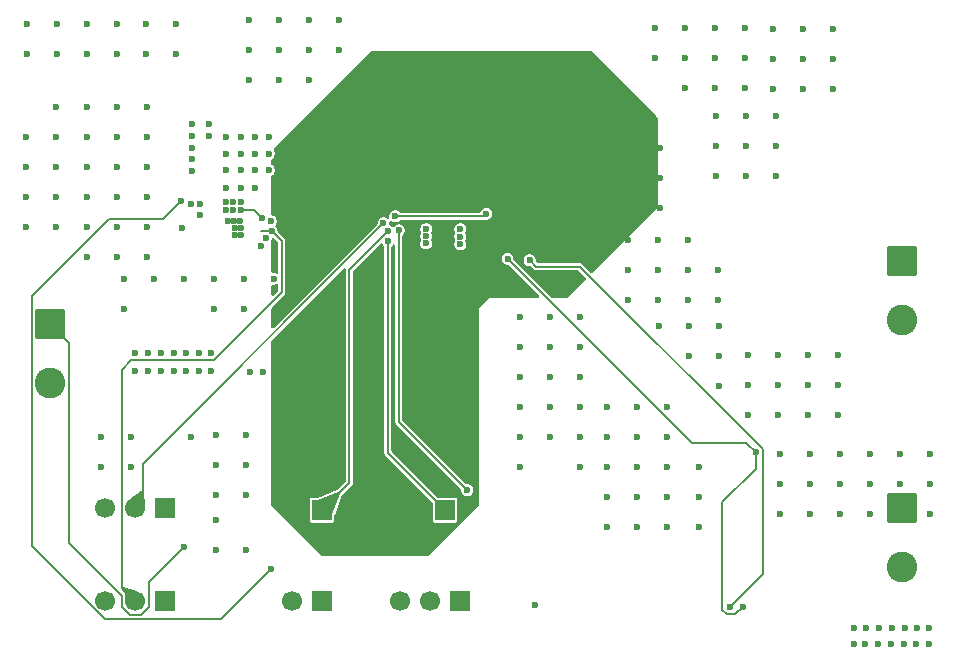
<source format=gbr>
%TF.GenerationSoftware,KiCad,Pcbnew,9.0.4*%
%TF.CreationDate,2025-11-02T21:55:33-03:00*%
%TF.ProjectId,PowerPCB,506f7765-7250-4434-922e-6b696361645f,rev?*%
%TF.SameCoordinates,Original*%
%TF.FileFunction,Copper,L3,Inr*%
%TF.FilePolarity,Positive*%
%FSLAX46Y46*%
G04 Gerber Fmt 4.6, Leading zero omitted, Abs format (unit mm)*
G04 Created by KiCad (PCBNEW 9.0.4) date 2025-11-02 21:55:33*
%MOMM*%
%LPD*%
G01*
G04 APERTURE LIST*
G04 Aperture macros list*
%AMRoundRect*
0 Rectangle with rounded corners*
0 $1 Rounding radius*
0 $2 $3 $4 $5 $6 $7 $8 $9 X,Y pos of 4 corners*
0 Add a 4 corners polygon primitive as box body*
4,1,4,$2,$3,$4,$5,$6,$7,$8,$9,$2,$3,0*
0 Add four circle primitives for the rounded corners*
1,1,$1+$1,$2,$3*
1,1,$1+$1,$4,$5*
1,1,$1+$1,$6,$7*
1,1,$1+$1,$8,$9*
0 Add four rect primitives between the rounded corners*
20,1,$1+$1,$2,$3,$4,$5,0*
20,1,$1+$1,$4,$5,$6,$7,0*
20,1,$1+$1,$6,$7,$8,$9,0*
20,1,$1+$1,$8,$9,$2,$3,0*%
G04 Aperture macros list end*
%TA.AperFunction,ComponentPad*%
%ADD10RoundRect,0.250000X-1.050000X1.050000X-1.050000X-1.050000X1.050000X-1.050000X1.050000X1.050000X0*%
%TD*%
%TA.AperFunction,ComponentPad*%
%ADD11C,2.600000*%
%TD*%
%TA.AperFunction,ComponentPad*%
%ADD12R,1.700000X1.700000*%
%TD*%
%TA.AperFunction,ComponentPad*%
%ADD13C,1.700000*%
%TD*%
%TA.AperFunction,ViaPad*%
%ADD14C,0.600000*%
%TD*%
%TA.AperFunction,Conductor*%
%ADD15C,0.200000*%
%TD*%
G04 APERTURE END LIST*
D10*
%TO.N,V_OUT_5+*%
%TO.C,J5*%
X184377500Y-92500000D03*
D11*
%TO.N,GND*%
X184377500Y-97500000D03*
%TD*%
D12*
%TO.N,\u002ACC_12*%
%TO.C,J8*%
X145700000Y-113600000D03*
D13*
%TO.N,GND*%
X143160000Y-113600000D03*
%TD*%
D10*
%TO.N,V_BAT+*%
%TO.C,J1*%
X112300000Y-97800000D03*
D11*
%TO.N,GND*%
X112300000Y-102800000D03*
%TD*%
D12*
%TO.N,PG_12*%
%TO.C,J2*%
X135300000Y-113600000D03*
D13*
%TO.N,GND*%
X132760000Y-113600000D03*
%TD*%
D10*
%TO.N,V_OUT_12+*%
%TO.C,J4*%
X184377500Y-113400000D03*
D11*
%TO.N,GND*%
X184377500Y-118400000D03*
%TD*%
D12*
%TO.N,VBUS*%
%TO.C,J7*%
X146965000Y-121300000D03*
D13*
%TO.N,SCL*%
X144425000Y-121300000D03*
%TO.N,SDA*%
X141885000Y-121300000D03*
%TD*%
D12*
%TO.N,Net-(J9-Pin_1)*%
%TO.C,J9*%
X122040000Y-121300000D03*
D13*
%TO.N,EN_5*%
X119500000Y-121300000D03*
%TO.N,GND*%
X116960000Y-121300000D03*
%TD*%
D12*
%TO.N,PG_5*%
%TO.C,J10*%
X135300000Y-121300000D03*
D13*
%TO.N,GND*%
X132760000Y-121300000D03*
%TD*%
D12*
%TO.N,Net-(J3-Pin_1)*%
%TO.C,J3*%
X122040000Y-113400000D03*
D13*
%TO.N,EN_12*%
X119500000Y-113400000D03*
%TO.N,GND*%
X116960000Y-113400000D03*
%TD*%
D14*
%TO.N,V_BAT+*%
X112800000Y-81980000D03*
X117960000Y-84500000D03*
X110260000Y-84520000D03*
X120580000Y-100300000D03*
X120500000Y-84500000D03*
X115420000Y-79420000D03*
X110260000Y-81980000D03*
X117960000Y-89580000D03*
X115420000Y-92120000D03*
X118500000Y-96540000D03*
X115420000Y-89580000D03*
X126120000Y-96540000D03*
X117960000Y-81960000D03*
X120500000Y-81960000D03*
X110260000Y-89600000D03*
X121660000Y-100300000D03*
X119500000Y-100300000D03*
X115420000Y-81960000D03*
X112800000Y-89600000D03*
X144100000Y-91000000D03*
X118500000Y-94000000D03*
X123580000Y-94000000D03*
X120500000Y-79420000D03*
X122740000Y-100300000D03*
X121040000Y-94000000D03*
X120500000Y-92120000D03*
X144100000Y-90400000D03*
X120500000Y-87040000D03*
X123600000Y-116700000D03*
X117960000Y-87040000D03*
X115420000Y-87040000D03*
X125900000Y-100300000D03*
X124900000Y-100300000D03*
X117960000Y-92120000D03*
X144100000Y-89800000D03*
X120500000Y-89580000D03*
X128660000Y-96540000D03*
X112800000Y-84520000D03*
X128660000Y-94000000D03*
X112800000Y-87060000D03*
X110260000Y-87060000D03*
X126120000Y-94000000D03*
X117960000Y-79420000D03*
X112800000Y-79440000D03*
X123820000Y-100300000D03*
X115420000Y-84500000D03*
X131200000Y-94000000D03*
%TO.N,PG_5*%
X130549676Y-90568291D03*
%TO.N,EN_5*%
X131024265Y-89924265D03*
%TO.N,V_OUT_12+*%
X152020000Y-107380000D03*
X159420000Y-114980000D03*
X161960000Y-107360000D03*
X174100000Y-113880000D03*
X157100000Y-109920000D03*
X181720000Y-108800000D03*
X184260000Y-111340000D03*
X181720000Y-111340000D03*
X167200000Y-109920000D03*
X181720000Y-113880000D03*
X167200000Y-115000000D03*
X176640000Y-111340000D03*
X161960000Y-109900000D03*
X152020000Y-109920000D03*
X186800000Y-111340000D03*
X161960000Y-114980000D03*
X161960000Y-112440000D03*
X164500000Y-104820000D03*
X186800000Y-113880000D03*
X159420000Y-107360000D03*
X164500000Y-109900000D03*
X157100000Y-99760000D03*
X157100000Y-97220000D03*
X154560000Y-102300000D03*
X147000000Y-90443543D03*
X154560000Y-104840000D03*
X167200000Y-112460000D03*
X157100000Y-107380000D03*
X154560000Y-107380000D03*
X179180000Y-108800000D03*
X159420000Y-112440000D03*
X184260000Y-108800000D03*
X164500000Y-112440000D03*
X176640000Y-108800000D03*
X147000000Y-91100000D03*
X174100000Y-111340000D03*
X161960000Y-104820000D03*
X152020000Y-99760000D03*
X176640000Y-113880000D03*
X152020000Y-102300000D03*
X159420000Y-109900000D03*
X164500000Y-114980000D03*
X152020000Y-97220000D03*
X179180000Y-113880000D03*
X157100000Y-104840000D03*
X154560000Y-99760000D03*
X186800000Y-108800000D03*
X152020000Y-104840000D03*
X164500000Y-107360000D03*
X154560000Y-97220000D03*
X179180000Y-111340000D03*
X157100000Y-102300000D03*
X147000000Y-89800000D03*
X159420000Y-104820000D03*
X174100000Y-108800000D03*
%TO.N,VCC_12*%
X147600000Y-111900000D03*
X141799998Y-89900000D03*
X141500000Y-88700000D03*
X149200000Y-88500000D03*
%TO.N,PG_12*%
X140900000Y-90000000D03*
%TO.N,\u002ACC_12*%
X140875737Y-90824266D03*
%TO.N,EN_12*%
X140500000Y-89300000D03*
%TO.N,V_OUT_5+*%
X168620000Y-80220000D03*
X168580000Y-77840000D03*
X129100000Y-72060000D03*
X134180000Y-72060000D03*
X127200000Y-83400000D03*
X171160000Y-82760000D03*
X176060000Y-75360000D03*
X171160000Y-80220000D03*
X166040000Y-77840000D03*
X128400000Y-86300000D03*
X128400000Y-87500000D03*
X128400000Y-82000000D03*
X127800000Y-87500000D03*
X128400000Y-83400000D03*
X173700000Y-82760000D03*
X173520000Y-72820000D03*
X129600000Y-86300000D03*
X168580000Y-75300000D03*
X131640000Y-74600000D03*
X127200000Y-82000000D03*
X127200000Y-88200000D03*
X127200000Y-86300000D03*
X173520000Y-77900000D03*
X128400000Y-88200000D03*
X166040000Y-75300000D03*
X130800000Y-84800000D03*
X127200000Y-84800000D03*
X168580000Y-72760000D03*
X173700000Y-80220000D03*
X136720000Y-74600000D03*
X130800000Y-83400000D03*
X168620000Y-85300000D03*
X131640000Y-77140000D03*
X171160000Y-85300000D03*
X134180000Y-74600000D03*
X131640000Y-72060000D03*
X178600000Y-75360000D03*
X176060000Y-72820000D03*
X178600000Y-77900000D03*
X166040000Y-72760000D03*
X176060000Y-77900000D03*
X130800000Y-82000000D03*
X127800000Y-88200000D03*
X129600000Y-84800000D03*
X171120000Y-75300000D03*
X129600000Y-83400000D03*
X163500000Y-75300000D03*
X129100000Y-74600000D03*
X173700000Y-85300000D03*
X168620000Y-82760000D03*
X178600000Y-72820000D03*
X171120000Y-72760000D03*
X136720000Y-72060000D03*
X163500000Y-72760000D03*
X173520000Y-75360000D03*
X128400000Y-84800000D03*
X130200000Y-88900000D03*
X134180000Y-77140000D03*
X171120000Y-77840000D03*
X127200000Y-87500000D03*
X129600000Y-82000000D03*
X129100000Y-77140000D03*
%TO.N,SDA*%
X130162239Y-91268217D03*
%TO.N,SCL*%
X130967329Y-89126291D03*
%TO.N,Net-(U1A-FB)*%
X169800000Y-121800000D03*
X152874859Y-92425141D03*
%TO.N,/VCC_5*%
X131000000Y-118600000D03*
X123376000Y-87400000D03*
%TO.N,Net-(R1-Pad2)*%
X170900000Y-121800000D03*
X172000000Y-108700000D03*
X151000000Y-92300000D03*
%TO.N,Net-(U2-VIN)*%
X153300000Y-121600000D03*
X123400000Y-89700000D03*
%TO.N,GND*%
X117900000Y-75000000D03*
X120360000Y-72460000D03*
X158760000Y-78000000D03*
X145600000Y-95400000D03*
X124300000Y-82900000D03*
X143500000Y-103400000D03*
X156260000Y-87980000D03*
X127851719Y-89083792D03*
X183540000Y-123600000D03*
X158800000Y-82900000D03*
X145600000Y-101800000D03*
X117900000Y-72460000D03*
X181380000Y-123600000D03*
X126300000Y-112280000D03*
X171320000Y-103040000D03*
X163800000Y-98000000D03*
X168880000Y-103080000D03*
X143500000Y-97000000D03*
X134960000Y-87060000D03*
X116580000Y-107360000D03*
X124200000Y-107360000D03*
X145600000Y-98600000D03*
X149645412Y-89541868D03*
X143500000Y-101000000D03*
X185700000Y-123600000D03*
X155700000Y-91500000D03*
X145550781Y-87466565D03*
X126300000Y-117000000D03*
X181300000Y-124900000D03*
X166240000Y-93240000D03*
X131380000Y-109740000D03*
X145600000Y-99400000D03*
X145600000Y-92800000D03*
X163700000Y-93240000D03*
X145550781Y-88100000D03*
X128400000Y-89700000D03*
X143500000Y-100200000D03*
X145600000Y-102600000D03*
X171320000Y-100500000D03*
X145544903Y-86787860D03*
X124300000Y-83900000D03*
X182460000Y-123600000D03*
X183460000Y-124900000D03*
X126300000Y-107200000D03*
X137500000Y-89600000D03*
X147650000Y-101800000D03*
X166240000Y-95780000D03*
X186700000Y-123600000D03*
X137500000Y-87060000D03*
X163700000Y-90700000D03*
X158800000Y-85440000D03*
X168880000Y-98000000D03*
X122900000Y-75000000D03*
X185620000Y-124900000D03*
X161340000Y-85440000D03*
X143500000Y-96200000D03*
X161300000Y-80540000D03*
X139000000Y-114460000D03*
X150345412Y-89541868D03*
X121660000Y-101817500D03*
X132420000Y-89600000D03*
X161340000Y-82900000D03*
X182380000Y-124900000D03*
X153800000Y-88500000D03*
X156260000Y-82900000D03*
X115360000Y-75000000D03*
X156220000Y-80540000D03*
X173860000Y-103040000D03*
X178940000Y-100500000D03*
X139000000Y-117000000D03*
X120580000Y-101817500D03*
X126300000Y-109740000D03*
X134960000Y-82000000D03*
X128840000Y-107200000D03*
X128840000Y-109740000D03*
X133920000Y-109740000D03*
X147650000Y-100200000D03*
X136460000Y-109740000D03*
X173860000Y-100500000D03*
X137500000Y-82000000D03*
X125000000Y-88600000D03*
X176400000Y-105580000D03*
X132420000Y-84520000D03*
X145600000Y-103400000D03*
X147650000Y-99400000D03*
X168780000Y-95780000D03*
X122740000Y-101817500D03*
X125700000Y-80900000D03*
X127300000Y-89100000D03*
X161160000Y-90700000D03*
X133920000Y-107200000D03*
X163700000Y-95780000D03*
X180300000Y-123600000D03*
X123820000Y-101817500D03*
X147650000Y-97800000D03*
X168780000Y-93240000D03*
X153000000Y-88500000D03*
X143500000Y-98600000D03*
X128351719Y-89083792D03*
X178940000Y-105580000D03*
X145600000Y-104200000D03*
X119120000Y-107360000D03*
X119500000Y-101817500D03*
X158760000Y-80540000D03*
X128400000Y-90300000D03*
X156260000Y-85440000D03*
X176400000Y-103040000D03*
X127900000Y-90300000D03*
X147650000Y-96200000D03*
X155700000Y-92400000D03*
X134960000Y-89600000D03*
X145600000Y-97800000D03*
X143500000Y-102600000D03*
X137500000Y-79460000D03*
X124300000Y-81900000D03*
X130280000Y-101900000D03*
X158800000Y-87980000D03*
X168880000Y-100540000D03*
X143500000Y-101800000D03*
X145600000Y-101000000D03*
X147650000Y-103400000D03*
X161340000Y-87980000D03*
X184540000Y-124900000D03*
X155700000Y-90700000D03*
X178940000Y-103040000D03*
X128840000Y-112280000D03*
X131360000Y-101900000D03*
X153900000Y-89500000D03*
X127900000Y-89700000D03*
X124900000Y-101817500D03*
X110280000Y-75000000D03*
X153000000Y-87500000D03*
X112820000Y-75000000D03*
X129200000Y-101900000D03*
X171320000Y-105580000D03*
X163880000Y-85440000D03*
X125700000Y-81900000D03*
X163880000Y-82900000D03*
X166340000Y-100540000D03*
X136460000Y-107200000D03*
X136460000Y-117000000D03*
X173860000Y-105580000D03*
X176400000Y-100500000D03*
X145600000Y-96200000D03*
X112820000Y-72460000D03*
X132420000Y-87060000D03*
X132440000Y-101900000D03*
X161160000Y-95780000D03*
X145600000Y-100200000D03*
X131380000Y-107200000D03*
X115360000Y-72460000D03*
X163880000Y-87980000D03*
X180300000Y-124900000D03*
X156220000Y-78000000D03*
X120360000Y-75000000D03*
X147650000Y-102600000D03*
X145600000Y-97000000D03*
X186700000Y-124900000D03*
X161160000Y-93240000D03*
X147650000Y-97000000D03*
X133520000Y-101900000D03*
X134960000Y-84520000D03*
X145600000Y-94600000D03*
X116580000Y-109900000D03*
X166240000Y-90700000D03*
X139000000Y-112280000D03*
X184620000Y-123600000D03*
X139000000Y-107200000D03*
X124200000Y-87700000D03*
X134600000Y-101900000D03*
X122900000Y-72460000D03*
X143500000Y-97800000D03*
X137500000Y-84520000D03*
X166340000Y-98000000D03*
X126300000Y-114460000D03*
X143500000Y-99400000D03*
X153800000Y-87500000D03*
X125900000Y-101817500D03*
X128840000Y-117000000D03*
X119120000Y-109900000D03*
X124300000Y-80900000D03*
X139000000Y-109740000D03*
X147650000Y-101000000D03*
X135600000Y-101900000D03*
X110280000Y-72460000D03*
X124300000Y-84900000D03*
X125000000Y-87700000D03*
X147650000Y-98600000D03*
%TD*%
D15*
%TO.N,V_BAT+*%
X118349000Y-121776760D02*
X118349000Y-120823240D01*
X119976760Y-122451000D02*
X119023240Y-122451000D01*
X113901000Y-116375240D02*
X113901000Y-99401000D01*
X123600000Y-116700000D02*
X120651000Y-119649000D01*
X113901000Y-99401000D02*
X112300000Y-97800000D01*
X120651000Y-121776760D02*
X119976760Y-122451000D01*
X120651000Y-119649000D02*
X120651000Y-121776760D01*
X119023240Y-122451000D02*
X118349000Y-121776760D01*
X118349000Y-120823240D02*
X113901000Y-116375240D01*
%TO.N,EN_5*%
X131900000Y-90800000D02*
X131024265Y-89924265D01*
X119500000Y-121300000D02*
X118349000Y-120149000D01*
X118349000Y-101699338D02*
X119147338Y-100901000D01*
X131900000Y-95149943D02*
X131900000Y-90800000D01*
X126148943Y-100901000D02*
X131900000Y-95149943D01*
X118349000Y-120149000D02*
X118349000Y-101699338D01*
X119147338Y-100901000D02*
X126148943Y-100901000D01*
X130124073Y-89924265D02*
X131024265Y-89924265D01*
%TO.N,VCC_12*%
X141799998Y-106099998D02*
X141799998Y-89900000D01*
X149200000Y-88500000D02*
X148999000Y-88701000D01*
X147600000Y-111900000D02*
X141799998Y-106099998D01*
X141501000Y-88701000D02*
X141500000Y-88700000D01*
X148999000Y-88701000D02*
X141501000Y-88701000D01*
%TO.N,PG_12*%
X135300000Y-113600000D02*
X137600000Y-111300000D01*
X137600000Y-93250060D02*
X140850060Y-90000000D01*
X140850060Y-90000000D02*
X140900000Y-90000000D01*
X137600000Y-111300000D02*
X137600000Y-93250060D01*
%TO.N,\u002ACC_12*%
X140875737Y-108775737D02*
X140875737Y-90824266D01*
X145700000Y-113600000D02*
X140875737Y-108775737D01*
%TO.N,EN_12*%
X119500000Y-113400000D02*
X120100000Y-112800000D01*
X120100000Y-112800000D02*
X120100000Y-109700000D01*
X120100000Y-109700000D02*
X140500000Y-89300000D01*
%TO.N,V_OUT_5+*%
X130200000Y-88900000D02*
X129500000Y-88200000D01*
X129500000Y-88200000D02*
X128400000Y-88200000D01*
%TO.N,Net-(U1A-FB)*%
X153450718Y-93001000D02*
X152874859Y-92425141D01*
X172601000Y-118999000D02*
X172601000Y-108451057D01*
X169800000Y-121800000D02*
X172601000Y-118999000D01*
X157150943Y-93001000D02*
X153450718Y-93001000D01*
X172601000Y-108451057D02*
X157150943Y-93001000D01*
%TO.N,/VCC_5*%
X123376000Y-87400000D02*
X121813472Y-88962528D01*
X121813472Y-88962528D02*
X117237472Y-88962528D01*
X110699000Y-95501000D02*
X110699000Y-116666760D01*
X110699000Y-116666760D02*
X116884240Y-122852000D01*
X116884240Y-122852000D02*
X126748000Y-122852000D01*
X117237472Y-88962528D02*
X110699000Y-95501000D01*
X126748000Y-122852000D02*
X131000000Y-118600000D01*
%TO.N,Net-(R1-Pad2)*%
X172000000Y-108700000D02*
X171200000Y-107900000D01*
X169199000Y-122048943D02*
X169199000Y-112901000D01*
X170299000Y-122401000D02*
X169551057Y-122401000D01*
X172000000Y-110100000D02*
X172000000Y-108700000D01*
X170900000Y-121800000D02*
X170299000Y-122401000D01*
X171200000Y-107900000D02*
X166600000Y-107900000D01*
X169199000Y-112901000D02*
X172000000Y-110100000D01*
X169551057Y-122401000D02*
X169199000Y-122048943D01*
X166600000Y-107900000D02*
X151000000Y-92300000D01*
%TD*%
%TA.AperFunction,Conductor*%
%TO.N,EN_12*%
G36*
X120197740Y-111968288D02*
G01*
X120201103Y-111975336D01*
X120332550Y-113223567D01*
X120330008Y-113232153D01*
X120323210Y-113236265D01*
X119507680Y-113399463D01*
X119498895Y-113397726D01*
X119495652Y-113394484D01*
X119033914Y-112702466D01*
X119032172Y-112693682D01*
X119036630Y-112686609D01*
X119996882Y-111967197D01*
X120003897Y-111964861D01*
X120189467Y-111964861D01*
X120197740Y-111968288D01*
G37*
%TD.AperFunction*%
%TD*%
%TA.AperFunction,Conductor*%
%TO.N,GND*%
G36*
X158106293Y-74719685D02*
G01*
X158126935Y-74736319D01*
X163663681Y-80273065D01*
X163697166Y-80334388D01*
X163700000Y-80360746D01*
X163700000Y-87950984D01*
X163680315Y-88018023D01*
X163663681Y-88038665D01*
X158226311Y-93476035D01*
X158164988Y-93509520D01*
X158095296Y-93504536D01*
X158050949Y-93476035D01*
X157335455Y-92760541D01*
X157335454Y-92760540D01*
X157309613Y-92745621D01*
X157309613Y-92745619D01*
X157309610Y-92745619D01*
X157266937Y-92720981D01*
X157266934Y-92720979D01*
X157228718Y-92710739D01*
X157190505Y-92700500D01*
X157190503Y-92700500D01*
X153626551Y-92700500D01*
X153597110Y-92691855D01*
X153567124Y-92685332D01*
X153562108Y-92681577D01*
X153559512Y-92680815D01*
X153538870Y-92664181D01*
X153411678Y-92536989D01*
X153378193Y-92475666D01*
X153375359Y-92449308D01*
X153375359Y-92359251D01*
X153375359Y-92359249D01*
X153341251Y-92231955D01*
X153275359Y-92117827D01*
X153182173Y-92024641D01*
X153125109Y-91991695D01*
X153068046Y-91958749D01*
X153004398Y-91941695D01*
X152940751Y-91924641D01*
X152808967Y-91924641D01*
X152681671Y-91958749D01*
X152567545Y-92024641D01*
X152567542Y-92024643D01*
X152474361Y-92117824D01*
X152474359Y-92117827D01*
X152408467Y-92231953D01*
X152383759Y-92324167D01*
X152374359Y-92359249D01*
X152374359Y-92491033D01*
X152386673Y-92536989D01*
X152408467Y-92618328D01*
X152434941Y-92664181D01*
X152474359Y-92732455D01*
X152567545Y-92825641D01*
X152681673Y-92891533D01*
X152808967Y-92925641D01*
X152808969Y-92925641D01*
X152899026Y-92925641D01*
X152966065Y-92945326D01*
X152986707Y-92961960D01*
X153266207Y-93241460D01*
X153334730Y-93281022D01*
X153411156Y-93301500D01*
X156975110Y-93301500D01*
X157042149Y-93321185D01*
X157062791Y-93337819D01*
X157625978Y-93901006D01*
X157659463Y-93962329D01*
X157654479Y-94032021D01*
X157625978Y-94076368D01*
X156138665Y-95563681D01*
X156077342Y-95597166D01*
X156050984Y-95600000D01*
X154776333Y-95600000D01*
X154709294Y-95580315D01*
X154688652Y-95563681D01*
X151536819Y-92411848D01*
X151503334Y-92350525D01*
X151500500Y-92324167D01*
X151500500Y-92234110D01*
X151500500Y-92234108D01*
X151466392Y-92106814D01*
X151400500Y-91992686D01*
X151307314Y-91899500D01*
X151250250Y-91866554D01*
X151193187Y-91833608D01*
X151129539Y-91816554D01*
X151065892Y-91799500D01*
X150934108Y-91799500D01*
X150806812Y-91833608D01*
X150692686Y-91899500D01*
X150692683Y-91899502D01*
X150599502Y-91992683D01*
X150599500Y-91992686D01*
X150533608Y-92106812D01*
X150530657Y-92117827D01*
X150499500Y-92234108D01*
X150499500Y-92365892D01*
X150511814Y-92411848D01*
X150533608Y-92493187D01*
X150558898Y-92536989D01*
X150599500Y-92607314D01*
X150692686Y-92700500D01*
X150806814Y-92766392D01*
X150934108Y-92800500D01*
X150934110Y-92800500D01*
X151024167Y-92800500D01*
X151091206Y-92820185D01*
X151111848Y-92836819D01*
X153663348Y-95388319D01*
X153696833Y-95449642D01*
X153691849Y-95519334D01*
X153649977Y-95575267D01*
X153584513Y-95599684D01*
X153575667Y-95600000D01*
X149461739Y-95600000D01*
X148623897Y-96438595D01*
X148583281Y-96479247D01*
X148598156Y-113047807D01*
X148578532Y-113114864D01*
X148561877Y-113135560D01*
X144237682Y-117463642D01*
X144176374Y-117497154D01*
X144149961Y-117500000D01*
X135383862Y-117500000D01*
X135316823Y-117480315D01*
X135296181Y-117463681D01*
X131036319Y-113203819D01*
X131002834Y-113142496D01*
X131000000Y-113116138D01*
X131000000Y-99276332D01*
X131019685Y-99209293D01*
X131036319Y-99188651D01*
X137087819Y-93137151D01*
X137149142Y-93103666D01*
X137218834Y-93108650D01*
X137274767Y-93150522D01*
X137299184Y-93215986D01*
X137299500Y-93224832D01*
X137299500Y-111124166D01*
X137279815Y-111191205D01*
X137263181Y-111211847D01*
X136595680Y-111879347D01*
X136552828Y-111907279D01*
X134918205Y-112541113D01*
X134873376Y-112549500D01*
X134430247Y-112549500D01*
X134371770Y-112561131D01*
X134371769Y-112561132D01*
X134305447Y-112605447D01*
X134261132Y-112671769D01*
X134261131Y-112671770D01*
X134249500Y-112730247D01*
X134249500Y-114469752D01*
X134261131Y-114528229D01*
X134261132Y-114528230D01*
X134305447Y-114594552D01*
X134371769Y-114638867D01*
X134371770Y-114638868D01*
X134430247Y-114650499D01*
X134430250Y-114650500D01*
X134430252Y-114650500D01*
X136169750Y-114650500D01*
X136169751Y-114650499D01*
X136184568Y-114647552D01*
X136228229Y-114638868D01*
X136228229Y-114638867D01*
X136228231Y-114638867D01*
X136294552Y-114594552D01*
X136338867Y-114528231D01*
X136338867Y-114528229D01*
X136338868Y-114528229D01*
X136350499Y-114469752D01*
X136350500Y-114469750D01*
X136350500Y-114026621D01*
X136358887Y-113981792D01*
X136992719Y-112347167D01*
X137020648Y-112304321D01*
X137840460Y-111484511D01*
X137880021Y-111415989D01*
X137900500Y-111339562D01*
X137900500Y-93425892D01*
X137920185Y-93358853D01*
X137936814Y-93338216D01*
X140239526Y-91035503D01*
X140254235Y-91027471D01*
X140265878Y-91015413D01*
X140284267Y-91011073D01*
X140300849Y-91002019D01*
X140317566Y-91003214D01*
X140333879Y-90999365D01*
X140351693Y-91005655D01*
X140370541Y-91007003D01*
X140384438Y-91017217D01*
X140399762Y-91022628D01*
X140415495Y-91040044D01*
X140425154Y-91047143D01*
X140430354Y-91053841D01*
X140475237Y-91131580D01*
X140544417Y-91200760D01*
X140549184Y-91206900D01*
X140559237Y-91232473D01*
X140572403Y-91256584D01*
X140573790Y-91269493D01*
X140574747Y-91271925D01*
X140574295Y-91274189D01*
X140575237Y-91282942D01*
X140575237Y-108815299D01*
X140588889Y-108866250D01*
X140595716Y-108891727D01*
X140595719Y-108891732D01*
X140635272Y-108960241D01*
X140635278Y-108960249D01*
X144613181Y-112938152D01*
X144646666Y-112999475D01*
X144649500Y-113025833D01*
X144649500Y-114469752D01*
X144661131Y-114528229D01*
X144661132Y-114528230D01*
X144705447Y-114594552D01*
X144771769Y-114638867D01*
X144771770Y-114638868D01*
X144830247Y-114650499D01*
X144830250Y-114650500D01*
X144830252Y-114650500D01*
X146569750Y-114650500D01*
X146569751Y-114650499D01*
X146584568Y-114647552D01*
X146628229Y-114638868D01*
X146628229Y-114638867D01*
X146628231Y-114638867D01*
X146694552Y-114594552D01*
X146738867Y-114528231D01*
X146738867Y-114528229D01*
X146738868Y-114528229D01*
X146750499Y-114469752D01*
X146750500Y-114469750D01*
X146750500Y-112730249D01*
X146750499Y-112730247D01*
X146738868Y-112671770D01*
X146738867Y-112671769D01*
X146694552Y-112605447D01*
X146628230Y-112561132D01*
X146628229Y-112561131D01*
X146569752Y-112549500D01*
X146569748Y-112549500D01*
X145125833Y-112549500D01*
X145058794Y-112529815D01*
X145038152Y-112513181D01*
X141212556Y-108687585D01*
X141179071Y-108626262D01*
X141176237Y-108599904D01*
X141176237Y-91282942D01*
X141184686Y-91254166D01*
X141190722Y-91224783D01*
X141195021Y-91218969D01*
X141195922Y-91215903D01*
X141211543Y-91196285D01*
X141212010Y-91195806D01*
X141276237Y-91131580D01*
X141278367Y-91127889D01*
X141286804Y-91119255D01*
X141311075Y-91105633D01*
X141333548Y-91089224D01*
X141341118Y-91088772D01*
X141347734Y-91085060D01*
X141375517Y-91086723D01*
X141403294Y-91085068D01*
X141409907Y-91088781D01*
X141417479Y-91089235D01*
X141439948Y-91105651D01*
X141464215Y-91119279D01*
X141467771Y-91125979D01*
X141473895Y-91130454D01*
X141483921Y-91156409D01*
X141496969Y-91180995D01*
X141498234Y-91193464D01*
X141499071Y-91195630D01*
X141498658Y-91197639D01*
X141499498Y-91205912D01*
X141499498Y-106139560D01*
X141513150Y-106190511D01*
X141519977Y-106215988D01*
X141519980Y-106215993D01*
X141559533Y-106284502D01*
X141559539Y-106284510D01*
X147063181Y-111788152D01*
X147096666Y-111849475D01*
X147099500Y-111875833D01*
X147099500Y-111965892D01*
X147116554Y-112029539D01*
X147133608Y-112093187D01*
X147156413Y-112132686D01*
X147199500Y-112207314D01*
X147292686Y-112300500D01*
X147406814Y-112366392D01*
X147534108Y-112400500D01*
X147534110Y-112400500D01*
X147665890Y-112400500D01*
X147665892Y-112400500D01*
X147793186Y-112366392D01*
X147907314Y-112300500D01*
X148000500Y-112207314D01*
X148066392Y-112093186D01*
X148100500Y-111965892D01*
X148100500Y-111834108D01*
X148066392Y-111706814D01*
X148000500Y-111592686D01*
X147907314Y-111499500D01*
X147850250Y-111466554D01*
X147793187Y-111433608D01*
X147727430Y-111415989D01*
X147665892Y-111399500D01*
X147575833Y-111399500D01*
X147508794Y-111379815D01*
X147488152Y-111363181D01*
X142136817Y-106011846D01*
X142103332Y-105950523D01*
X142100498Y-105924165D01*
X142100498Y-90358676D01*
X142120183Y-90291637D01*
X142136817Y-90270995D01*
X142157459Y-90250353D01*
X142200498Y-90207314D01*
X142266390Y-90093186D01*
X142300498Y-89965892D01*
X142300498Y-89834108D01*
X142273703Y-89734108D01*
X143599500Y-89734108D01*
X143599500Y-89865892D01*
X143632797Y-89990157D01*
X143633608Y-89993185D01*
X143633611Y-89993192D01*
X143659481Y-90038001D01*
X143675954Y-90105901D01*
X143659481Y-90161999D01*
X143633611Y-90206807D01*
X143633608Y-90206814D01*
X143599500Y-90334108D01*
X143599500Y-90465892D01*
X143628910Y-90575650D01*
X143633608Y-90593185D01*
X143633611Y-90593192D01*
X143659481Y-90638001D01*
X143675954Y-90705901D01*
X143659481Y-90761999D01*
X143633611Y-90806807D01*
X143633608Y-90806814D01*
X143599500Y-90934108D01*
X143599500Y-91065892D01*
X143610153Y-91105651D01*
X143633608Y-91193187D01*
X143654112Y-91228700D01*
X143699500Y-91307314D01*
X143792686Y-91400500D01*
X143906814Y-91466392D01*
X144034108Y-91500500D01*
X144034110Y-91500500D01*
X144165890Y-91500500D01*
X144165892Y-91500500D01*
X144293186Y-91466392D01*
X144407314Y-91400500D01*
X144500500Y-91307314D01*
X144566392Y-91193186D01*
X144600500Y-91065892D01*
X144600500Y-90934108D01*
X144566392Y-90806814D01*
X144566391Y-90806813D01*
X144566391Y-90806811D01*
X144549566Y-90777671D01*
X144540518Y-90761999D01*
X144524045Y-90694102D01*
X144540519Y-90637998D01*
X144544514Y-90631080D01*
X144566392Y-90593186D01*
X144600500Y-90465892D01*
X144600500Y-90334108D01*
X144566392Y-90206814D01*
X144566391Y-90206813D01*
X144566391Y-90206811D01*
X144549640Y-90177800D01*
X144540518Y-90161999D01*
X144524045Y-90094102D01*
X144540519Y-90037998D01*
X144541608Y-90036113D01*
X144566392Y-89993186D01*
X144600500Y-89865892D01*
X144600500Y-89734108D01*
X146499500Y-89734108D01*
X146499500Y-89865892D01*
X146532796Y-89990157D01*
X146533609Y-89993188D01*
X146533609Y-89993189D01*
X146572050Y-90059771D01*
X146588523Y-90127671D01*
X146572051Y-90183770D01*
X146533608Y-90250355D01*
X146504584Y-90358676D01*
X146499500Y-90377651D01*
X146499500Y-90509435D01*
X146532982Y-90634394D01*
X146533609Y-90636731D01*
X146533609Y-90636732D01*
X146575778Y-90709771D01*
X146592251Y-90777671D01*
X146575779Y-90833770D01*
X146533608Y-90906812D01*
X146499500Y-91034108D01*
X146499500Y-91165891D01*
X146533608Y-91293187D01*
X146541766Y-91307316D01*
X146599500Y-91407314D01*
X146692686Y-91500500D01*
X146806814Y-91566392D01*
X146934108Y-91600500D01*
X146934110Y-91600500D01*
X147065890Y-91600500D01*
X147065892Y-91600500D01*
X147193186Y-91566392D01*
X147307314Y-91500500D01*
X147400500Y-91407314D01*
X147466392Y-91293186D01*
X147500500Y-91165892D01*
X147500500Y-91034108D01*
X147466392Y-90906814D01*
X147455617Y-90888152D01*
X147424221Y-90833772D01*
X147407747Y-90765872D01*
X147424219Y-90709773D01*
X147466392Y-90636729D01*
X147500500Y-90509435D01*
X147500500Y-90377651D01*
X147466392Y-90250357D01*
X147466390Y-90250353D01*
X147427949Y-90183771D01*
X147411476Y-90115871D01*
X147427949Y-90059771D01*
X147466392Y-89993186D01*
X147500500Y-89865892D01*
X147500500Y-89734108D01*
X147466392Y-89606814D01*
X147400500Y-89492686D01*
X147307314Y-89399500D01*
X147249095Y-89365887D01*
X147193187Y-89333608D01*
X147129539Y-89316554D01*
X147065892Y-89299500D01*
X146934108Y-89299500D01*
X146806812Y-89333608D01*
X146692686Y-89399500D01*
X146692683Y-89399502D01*
X146599502Y-89492683D01*
X146599500Y-89492686D01*
X146533608Y-89606812D01*
X146510599Y-89692686D01*
X146499500Y-89734108D01*
X144600500Y-89734108D01*
X144566392Y-89606814D01*
X144500500Y-89492686D01*
X144407314Y-89399500D01*
X144349095Y-89365887D01*
X144293187Y-89333608D01*
X144229539Y-89316554D01*
X144165892Y-89299500D01*
X144034108Y-89299500D01*
X143906812Y-89333608D01*
X143792686Y-89399500D01*
X143792683Y-89399502D01*
X143699502Y-89492683D01*
X143699500Y-89492686D01*
X143633608Y-89606812D01*
X143610599Y-89692686D01*
X143599500Y-89734108D01*
X142273703Y-89734108D01*
X142266390Y-89706814D01*
X142200498Y-89592686D01*
X142107312Y-89499500D01*
X142050248Y-89466554D01*
X141993185Y-89433608D01*
X141908947Y-89411037D01*
X141865890Y-89399500D01*
X141734106Y-89399500D01*
X141606812Y-89433608D01*
X141594206Y-89440886D01*
X141594202Y-89440887D01*
X141492687Y-89499497D01*
X141492681Y-89499502D01*
X141399500Y-89592683D01*
X141399171Y-89593113D01*
X141398800Y-89593383D01*
X141393751Y-89598433D01*
X141392963Y-89597645D01*
X141342741Y-89634313D01*
X141272995Y-89638465D01*
X141238893Y-89625064D01*
X141224701Y-89616887D01*
X141207314Y-89599500D01*
X141093186Y-89533608D01*
X141068839Y-89527084D01*
X141054742Y-89518962D01*
X141041393Y-89504986D01*
X141024891Y-89494928D01*
X141017757Y-89480242D01*
X141006482Y-89468438D01*
X141002807Y-89449465D01*
X140994363Y-89432080D01*
X140995365Y-89411037D01*
X140993198Y-89399843D01*
X140996265Y-89392160D01*
X140996872Y-89379429D01*
X141000500Y-89365892D01*
X141000500Y-89234108D01*
X141000238Y-89233130D01*
X141000258Y-89232274D01*
X140999439Y-89226052D01*
X141000409Y-89225924D01*
X141001897Y-89163283D01*
X141041057Y-89105418D01*
X141105284Y-89077911D01*
X141174187Y-89089494D01*
X141185589Y-89096537D01*
X141185648Y-89096436D01*
X141192684Y-89100498D01*
X141192686Y-89100500D01*
X141306814Y-89166392D01*
X141434108Y-89200500D01*
X141434110Y-89200500D01*
X141533138Y-89200500D01*
X141565892Y-89200500D01*
X141693186Y-89166392D01*
X141807314Y-89100500D01*
X141869995Y-89037819D01*
X141931318Y-89004334D01*
X141957676Y-89001500D01*
X149038560Y-89001500D01*
X149038562Y-89001500D01*
X149056105Y-88996798D01*
X149120291Y-88996798D01*
X149134108Y-89000500D01*
X149134110Y-89000500D01*
X149265890Y-89000500D01*
X149265892Y-89000500D01*
X149393186Y-88966392D01*
X149507314Y-88900500D01*
X149600500Y-88807314D01*
X149666392Y-88693186D01*
X149700500Y-88565892D01*
X149700500Y-88434108D01*
X149666392Y-88306814D01*
X149600500Y-88192686D01*
X149507314Y-88099500D01*
X149450250Y-88066554D01*
X149393187Y-88033608D01*
X149329539Y-88016554D01*
X149265892Y-87999500D01*
X149134108Y-87999500D01*
X149006812Y-88033608D01*
X148892686Y-88099500D01*
X148892683Y-88099502D01*
X148799502Y-88192683D01*
X148799500Y-88192686D01*
X148737830Y-88299502D01*
X148733608Y-88306814D01*
X148733131Y-88308590D01*
X148732320Y-88309921D01*
X148730500Y-88314318D01*
X148729814Y-88314034D01*
X148696770Y-88368251D01*
X148633924Y-88398782D01*
X148613357Y-88400500D01*
X141959676Y-88400500D01*
X141892637Y-88380815D01*
X141871995Y-88364181D01*
X141807316Y-88299502D01*
X141807314Y-88299500D01*
X141750250Y-88266554D01*
X141693187Y-88233608D01*
X141629539Y-88216554D01*
X141565892Y-88199500D01*
X141434108Y-88199500D01*
X141306812Y-88233608D01*
X141192686Y-88299500D01*
X141192683Y-88299502D01*
X141099502Y-88392683D01*
X141099500Y-88392686D01*
X141033608Y-88506812D01*
X140999500Y-88634108D01*
X140999500Y-88765891D01*
X140999764Y-88766876D01*
X140999743Y-88767738D01*
X141000561Y-88773948D01*
X140999592Y-88774075D01*
X140998099Y-88836726D01*
X140958935Y-88894587D01*
X140894706Y-88922089D01*
X140825804Y-88910501D01*
X140814410Y-88903462D01*
X140814352Y-88903564D01*
X140807315Y-88899501D01*
X140807314Y-88899500D01*
X140698587Y-88836726D01*
X140693187Y-88833608D01*
X140629539Y-88816554D01*
X140565892Y-88799500D01*
X140434108Y-88799500D01*
X140306812Y-88833608D01*
X140192686Y-88899500D01*
X140192683Y-88899502D01*
X140099502Y-88992683D01*
X140099500Y-88992686D01*
X140033608Y-89106812D01*
X139999500Y-89234108D01*
X139999500Y-89324166D01*
X139979815Y-89391205D01*
X139963181Y-89411847D01*
X131211681Y-98163347D01*
X131150358Y-98196832D01*
X131080666Y-98191848D01*
X131024733Y-98149976D01*
X131000316Y-98084512D01*
X131000000Y-98075666D01*
X131000000Y-96526276D01*
X131019685Y-96459237D01*
X131036319Y-96438595D01*
X132140460Y-95334454D01*
X132180021Y-95265932D01*
X132200500Y-95189505D01*
X132200500Y-90760438D01*
X132180021Y-90684011D01*
X132180017Y-90684004D01*
X132140464Y-90615495D01*
X132140458Y-90615487D01*
X131561084Y-90036113D01*
X131527599Y-89974790D01*
X131524765Y-89948432D01*
X131524765Y-89858375D01*
X131524765Y-89858373D01*
X131490657Y-89731079D01*
X131424765Y-89616951D01*
X131388839Y-89581025D01*
X131355354Y-89519702D01*
X131360338Y-89450010D01*
X131369129Y-89431352D01*
X131433721Y-89319477D01*
X131467829Y-89192183D01*
X131467829Y-89060399D01*
X131433721Y-88933105D01*
X131367829Y-88818977D01*
X131274643Y-88725791D01*
X131217579Y-88692845D01*
X131160516Y-88659899D01*
X131127166Y-88650963D01*
X131091906Y-88641515D01*
X131032246Y-88605151D01*
X131001717Y-88542304D01*
X131000000Y-88521741D01*
X131000000Y-85334048D01*
X131019685Y-85267009D01*
X131061999Y-85226662D01*
X131107314Y-85200500D01*
X131200500Y-85107314D01*
X131266392Y-84993186D01*
X131300500Y-84865892D01*
X131300500Y-84734108D01*
X131266392Y-84606814D01*
X131200500Y-84492686D01*
X131107314Y-84399500D01*
X131093799Y-84391697D01*
X131061998Y-84373336D01*
X131013784Y-84322769D01*
X131000000Y-84265950D01*
X131000000Y-83934048D01*
X131019685Y-83867009D01*
X131061999Y-83826662D01*
X131107314Y-83800500D01*
X131200500Y-83707314D01*
X131266392Y-83593186D01*
X131300500Y-83465892D01*
X131300500Y-83334108D01*
X131266392Y-83206814D01*
X131213964Y-83116006D01*
X131197492Y-83048110D01*
X131220344Y-82982083D01*
X131233665Y-82966334D01*
X139463681Y-74736319D01*
X139525004Y-74702834D01*
X139551362Y-74700000D01*
X158039254Y-74700000D01*
X158106293Y-74719685D01*
G37*
%TD.AperFunction*%
%TD*%
%TA.AperFunction,NonConductor*%
G36*
X131184684Y-90551474D02*
G01*
X131217915Y-90555447D01*
X131219485Y-90556509D01*
X131220716Y-90556688D01*
X131224140Y-90559660D01*
X131256784Y-90581755D01*
X131563181Y-90888152D01*
X131596666Y-90949475D01*
X131599500Y-90975833D01*
X131599500Y-93437948D01*
X131579815Y-93504987D01*
X131527011Y-93550742D01*
X131457853Y-93560686D01*
X131413502Y-93545336D01*
X131393191Y-93533610D01*
X131393188Y-93533609D01*
X131393187Y-93533608D01*
X131393186Y-93533608D01*
X131265892Y-93499500D01*
X131134108Y-93499500D01*
X131125981Y-93499500D01*
X131125981Y-93496492D01*
X131071105Y-93487912D01*
X131018868Y-93441511D01*
X131000000Y-93375760D01*
X131000000Y-90822533D01*
X131005054Y-90787491D01*
X131009227Y-90773325D01*
X131016068Y-90761477D01*
X131049742Y-90635802D01*
X131050157Y-90634394D01*
X131068278Y-90606253D01*
X131085692Y-90577683D01*
X131087123Y-90576987D01*
X131087985Y-90575650D01*
X131118443Y-90561772D01*
X131148539Y-90547153D01*
X131150117Y-90547341D01*
X131151566Y-90546682D01*
X131184684Y-90551474D01*
G37*
%TD.AperFunction*%
%TA.AperFunction,NonConductor*%
G36*
X131547426Y-94461043D02*
G01*
X131590617Y-94515964D01*
X131599500Y-94562051D01*
X131599500Y-94974110D01*
X131579815Y-95041149D01*
X131563181Y-95061791D01*
X131211681Y-95413291D01*
X131150358Y-95446776D01*
X131080666Y-95441792D01*
X131024733Y-95399920D01*
X131000316Y-95334456D01*
X131000000Y-95325610D01*
X131000000Y-94624239D01*
X131019685Y-94557200D01*
X131072489Y-94511445D01*
X131125981Y-94503430D01*
X131125981Y-94500500D01*
X131265890Y-94500500D01*
X131265892Y-94500500D01*
X131393186Y-94466392D01*
X131413499Y-94454663D01*
X131481399Y-94438191D01*
X131547426Y-94461043D01*
G37*
%TD.AperFunction*%
%TA.AperFunction,Conductor*%
%TO.N,EN_5*%
G36*
X118450675Y-120093605D02*
G01*
X119655722Y-120463233D01*
X119662627Y-120468936D01*
X119663767Y-120476699D01*
X119501525Y-121293320D01*
X119496551Y-121300767D01*
X119492318Y-121302518D01*
X118676716Y-121463773D01*
X118667936Y-121462016D01*
X118663254Y-121455699D01*
X118650006Y-121412122D01*
X118649500Y-121408719D01*
X118649500Y-120783675D01*
X118629022Y-120707252D01*
X118629020Y-120707248D01*
X118589462Y-120638732D01*
X118589458Y-120638727D01*
X118340693Y-120389962D01*
X118337773Y-120385093D01*
X118253592Y-120108195D01*
X118254464Y-120099283D01*
X118261383Y-120093598D01*
X118264786Y-120093092D01*
X118447245Y-120093092D01*
X118450675Y-120093605D01*
G37*
%TD.AperFunction*%
%TD*%
%TA.AperFunction,Conductor*%
%TO.N,PG_12*%
G36*
X136682172Y-112081209D02*
G01*
X136685722Y-112083641D01*
X136816358Y-112214277D01*
X136819785Y-112222550D01*
X136818994Y-112226780D01*
X136154323Y-113940932D01*
X136148137Y-113947407D01*
X136139184Y-113947611D01*
X136138947Y-113947516D01*
X135303784Y-113602562D01*
X135297446Y-113596236D01*
X134952483Y-112761052D01*
X134952492Y-112752097D01*
X134958830Y-112745771D01*
X134958996Y-112745704D01*
X136673222Y-112081005D01*
X136682172Y-112081209D01*
G37*
%TD.AperFunction*%
%TD*%
M02*

</source>
